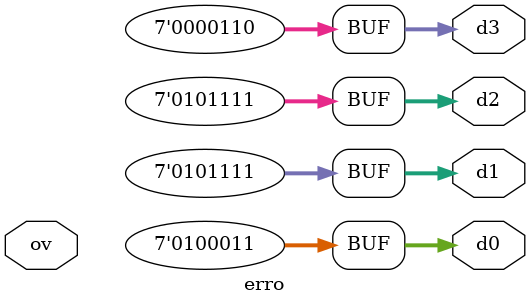
<source format=sv>
module erro (
	input ov,
	output [6:0] d0, d1, d2, d3
);

assign d3 = ~7'b1111001;
assign d2 = ~7'b1010000;
assign d1 = ~7'b1010000;
assign d0 = ~7'b1011100;

endmodule
</source>
